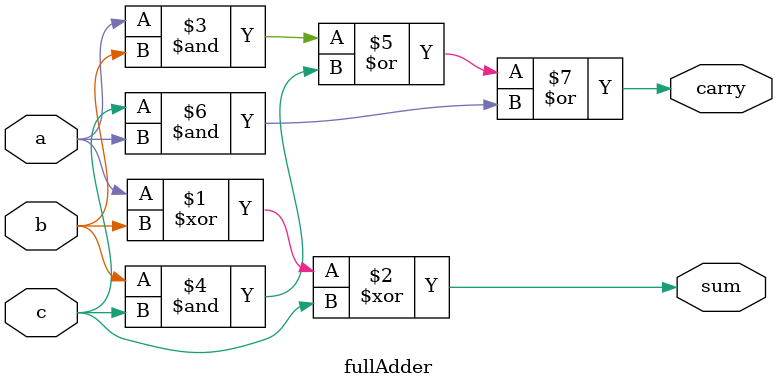
<source format=v>
`timescale 1ns / 1ps
module fullAdder(input a,b,c,output sum,carry);
    assign sum = a^b^c;
    assign carry = (a&b)|(b&c)|(c&a);
endmodule

</source>
